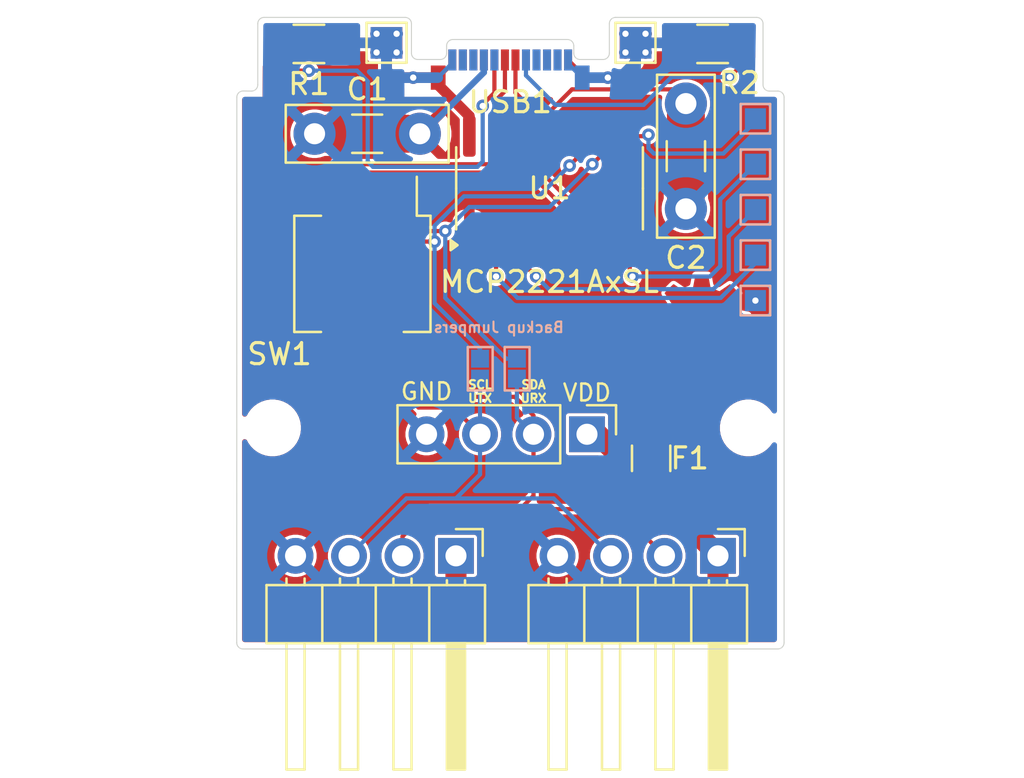
<source format=kicad_pcb>
(kicad_pcb (version 20241229) (generator "pcbnew") (generator_version "9.0")
  (layers (0 "F.Cu" signal) (2 "B.Cu" signal) (13 "F.Paste" user) (15 "B.Paste" user) (5 "F.SilkS" user "F.Silkscreen") (7 "B.SilkS" user "B.Silkscreen") (1 "F.Mask" user) (3 "B.Mask" user) (25 "Edge.Cuts" user))
  (net 0 "")
  (net 1 "Net-(D1-A)")
  (net 2 "GND")
  (net 3 "Net-(U1-VUSB)")
  (net 4 "Net-(U1-D-)")
  (net 5 "Net-(D4-A)")
  (net 6 "Net-(U1-D+)")
  (net 7 "Net-(D3-A)")
  (net 9 "Net-(D2-A)")
  (net 10 "Net-(U1-SCL)")
  (net 11 "Out0")
  (net 12 "Net-(U1-URx)")
  (net 13 "Net-(U1-SDA)")
  (net 14 "Out1")
  (net 15 "Net-(U1-UTx)")
  (net 16 "Net-(USB1-CC)")
  (net 17 "Net-(USB1-VCONN)")
  (net 18 "Net-(U1-VDD)")
  (net 19 "Vo")
  (footprint "Connector_PinHeader_2.54mm:PinHeader_1x04_P2.54mm_Horizontal" (layer "F.Cu") (at 94.234 82.737 -90)
    (property "Reference" "REF**" (hide yes))
    (property "Value" "PinHeader_1x04_P2.54mm_Horizontal" (hide yes))
  )
  (footprint "Resistor_SMD:R_1206_3216Metric" (layer "F.Cu") (at 87.249 58.42)
    (property "Reference" "R1")
    (property "Value" "5.1k" (hide yes))
  )
  (footprint "TestPoint:TestPoint_Pad_1.5x1.5mm" (layer "F.Cu") (at 90.9376 58.3659)
    (property "Reference" "TP3" (hide yes))
    (property "Value" "TestPoint" (hide yes))
  )
  (footprint "Package_SO:SOIC-14_3.9x8.7mm_P1.27mm" (layer "F.Cu") (at 98.679 65.278 90)
    (property "Reference" "U1")
    (property "Value" "MCP2221AxSL")
  )
  (footprint "Capacitor_THT:C_Disc_D7.5mm_W2.5mm_P5.00mm" (layer "F.Cu") (at 92.5176 62.6872 180)
    (property "Reference" "REF**" (hide yes))
    (property "Value" "C_Disc_D7.5mm_W2.5mm_P5.00mm" (hide yes))
  )
  (footprint "Connector_PinHeader_2.54mm:PinHeader_1x04_P2.54mm_Vertical" (layer "F.Cu") (at 100.457 76.962 -90)
    (property "Reference" "REF**" (hide yes))
    (property "Value" "PinHeader_1x04_P2.54mm_Vertical" (hide yes))
  )
  (footprint "LOGO" (layer "F.Cu") (at 105.918 72.136)
    (property "Reference" "G***" (hide yes))
    (property "Value" "LOGO" (hide yes))
  )
  (footprint "MountingHole:MountingHole_2.2mm_M2" (layer "F.Cu") (at 85.52 76.66)
    (property "Reference" "H1" (hide yes))
    (property "Value" "MountingHole")
  )
  (footprint "Connector_USB:USB_C_Plug_Molex_105444" (layer "F.Cu") (at 96.81 59.142)
    (property "Reference" "USB1")
    (property "Value" "USB C Male Connector")
  )
  (footprint "Fuse:Fuse_1206_3216Metric" (layer "F.Cu") (at 103.505 78.105 -90)
    (property "Reference" "F1")
    (property "Value" "Polyfuse" (hide yes))
  )
  (footprint "Capacitor_THT:C_Disc_D7.5mm_W2.5mm_P5.00mm" (layer "F.Cu") (at 105.156 61.254 -90)
    (property "Reference" "REF**" (hide yes))
    (property "Value" "C_Disc_D7.5mm_W2.5mm_P5.00mm" (hide yes))
  )
  (footprint "TestPoint:TestPoint_Pad_1.5x1.5mm" (layer "F.Cu") (at 102.7613 58.3659)
    (property "Reference" "TP3" (hide yes))
    (property "Value" "TestPoint" (hide yes))
  )
  (footprint "MountingHole:MountingHole_2.2mm_M2" (layer "F.Cu") (at 108.12 76.66)
    (property "Reference" "H2" (hide yes))
    (property "Value" "MountingHole")
  )
  (footprint "Capacitor_SMD:C_1206_3216Metric_Pad1.33x1.80mm_HandSolder" (layer "F.Cu") (at 105.156 63.754 90)
    (property "Reference" "C2")
    (property "Value" "0.22uF" (hide yes))
  )
  (footprint "Button_Switch_SMD:SW_DIP_SPSTx04_Slide_Copal_CHS-04B_W7.62mm_P1.27mm" (layer "F.Cu") (at 89.789 69.342 -90)
    (property "Reference" "SW1")
    (property "Value" "SW_DIP_x04" (hide yes))
  )
  (footprint "Connector_PinHeader_2.54mm:PinHeader_1x04_P2.54mm_Horizontal" (layer "F.Cu") (at 106.68 82.737 -90)
    (property "Reference" "REF**" (hide yes))
    (property "Value" "PinHeader_1x04_P2.54mm_Horizontal" (hide yes))
  )
  (footprint "Capacitor_SMD:C_1206_3216Metric_Pad1.33x1.80mm_HandSolder" (layer "F.Cu") (at 90.0176 62.6872)
    (property "Reference" "C1")
    (property "Value" "0.47uF" (hide yes))
  )
  (footprint "Resistor_SMD:R_1206_3216Metric" (layer "F.Cu") (at 106.426 58.42 180)
    (property "Reference" "R2")
    (property "Value" "Resistors TBD" (hide yes))
  )
  (footprint "Custom Parts:Jumper Pads" (layer "B.Cu") (at 97.1296 73.2704 180)
    (property "Reference" "2x Pads" (hide yes))
    (property "Value" "Jumper Pads" (hide yes))
  )
  (footprint "TestPoint:TestPoint_Pad_1.0x1.0mm" (layer "B.Cu") (at 108.458 61.976 180)
    (property "Reference" "REF**" (hide yes))
    (property "Value" "TestPoint_Pad_1.0x1.0mm" (hide yes))
  )
  (footprint "" (layer "B.Cu") (at 102.7684 58.3692 180)
    (property "Reference" "")
    (property "Value" "")
  )
  (footprint "TestPoint:TestPoint_Pad_1.0x1.0mm" (layer "B.Cu") (at 108.458 70.612 180)
    (property "Reference" "REF**" (hide yes))
    (property "Value" "TestPoint_Pad_1.0x1.0mm" (hide yes))
  )
  (footprint "TestPoint:TestPoint_Pad_1.0x1.0mm" (layer "B.Cu") (at 108.458 68.453 180)
    (property "Reference" "REF**" (hide yes))
    (property "Value" "TestPoint_Pad_1.0x1.0mm" (hide yes))
  )
  (footprint "TestPoint:TestPoint_Pad_1.0x1.0mm" (layer "B.Cu") (at 108.458 66.294 180)
    (property "Reference" "REF**" (hide yes))
    (property "Value" "TestPoint_Pad_1.0x1.0mm" (hide yes))
  )
  (footprint "Custom Parts:Jumper Pads" (layer "B.Cu") (at 95.377 73.2704 180)
    (property "Reference" "2x Pads" (hide yes))
    (property "Value" "Jumper Pads" (hide yes))
  )
  (footprint "" (layer "B.Cu") (at 90.932 58.3692 180)
    (property "Reference" "")
    (property "Value" "")
  )
  (footprint "TestPoint:TestPoint_Pad_1.0x1.0mm" (layer "B.Cu") (at 108.458 64.135 180)
    (property "Reference" "REF**" (hide yes))
    (property "Value" "TestPoint_Pad_1.0x1.0mm" (hide yes))
  )
  (gr_arc (start 84.82 57.46) (mid 84.907868 57.247868) (end 85.12 57.16) (stroke (width 0.05)) (layer "Edge.Cuts"))
  (gr_line (start 94.09 58.21) (end 99.53 58.21) (stroke (width 0.05)) (layer "Edge.Cuts"))
  (gr_arc (start 99.53 58.21) (mid 99.742132 58.297868) (end 99.83 58.51) (stroke (width 0.05)) (layer "Edge.Cuts"))
  (gr_arc (start 109.12 60.66) (mid 108.907868 60.572132) (end 108.82 60.36) (stroke (width 0.05)) (layer "Edge.Cuts"))
  (gr_line (start 93.79 58.51) (end 93.79 58.86) (stroke (width 0.05)) (layer "Edge.Cuts"))
  (gr_line (start 109.12 60.66) (end 109.52 60.66) (stroke (width 0.05)) (layer "Edge.Cuts"))
  (gr_arc (start 109.52 60.66) (mid 109.732132 60.747868) (end 109.82 60.96) (stroke (width 0.05)) (layer "Edge.Cuts"))
  (gr_line (start 92.42 59.16) (end 93.49 59.16) (stroke (width 0.05)) (layer "Edge.Cuts"))
  (gr_arc (start 91.82 57.16) (mid 92.032132 57.247868) (end 92.12 57.46) (stroke (width 0.05)) (layer "Edge.Cuts"))
  (gr_line (start 101.22 59.16) (end 100.13 59.16) (stroke (width 0.05)) (layer "Edge.Cuts"))
  (gr_line (start 108.82 60.36) (end 108.82 57.46) (stroke (width 0.05)) (layer "Edge.Cuts"))
  (gr_line (start 99.83 58.51) (end 99.83 58.86) (stroke (width 0.05)) (layer "Edge.Cuts"))
  (gr_arc (start 84.82 60.36) (mid 84.732132 60.572132) (end 84.52 60.66) (stroke (width 0.05)) (layer "Edge.Cuts"))
  (gr_arc (start 93.79 58.51) (mid 93.877868 58.297868) (end 94.09 58.21) (stroke (width 0.05)) (layer "Edge.Cuts"))
  (gr_line (start 84.12 87.16) (end 109.52 87.16) (stroke (width 0.05)) (layer "Edge.Cuts"))
  (gr_line (start 109.82 86.86) (end 109.82 60.96) (stroke (width 0.05)) (layer "Edge.Cuts"))
  (gr_line (start 108.52 57.16) (end 101.82 57.16) (stroke (width 0.05)) (layer "Edge.Cuts"))
  (gr_line (start 83.8248 60.9552) (end 83.82 86.868) (stroke (width 0.05)) (layer "Edge.Cuts"))
  (gr_arc (start 83.8248 60.9552) (mid 83.912668 60.743068) (end 84.1248 60.6552) (stroke (width 0.05)) (layer "Edge.Cuts"))
  (gr_line (start 92.12 58.86) (end 92.12 57.46) (stroke (width 0.05)) (layer "Edge.Cuts"))
  (gr_line (start 84.82 57.46) (end 84.82 60.36) (stroke (width 0.05)) (layer "Edge.Cuts"))
  (gr_arc (start 109.82 86.86) (mid 109.732132 87.072132) (end 109.52 87.16) (stroke (width 0.05)) (layer "Edge.Cuts"))
  (gr_line (start 85.12 57.16) (end 91.82 57.16) (stroke (width 0.05)) (layer "Edge.Cuts"))
  (gr_arc (start 100.13 59.16) (mid 99.917868 59.072132) (end 99.83 58.86) (stroke (width 0.05)) (layer "Edge.Cuts"))
  (gr_arc (start 101.52 58.86) (mid 101.432132 59.072132) (end 101.22 59.16) (stroke (width 0.05)) (layer "Edge.Cuts"))
  (gr_arc (start 101.52 57.46) (mid 101.607868 57.247868) (end 101.82 57.16) (stroke (width 0.05)) (layer "Edge.Cuts"))
  (gr_arc (start 93.79 58.86) (mid 93.702132 59.072132) (end 93.49 59.16) (stroke (width 0.05)) (layer "Edge.Cuts"))
  (gr_arc (start 92.42 59.16) (mid 92.207868 59.072132) (end 92.12 58.86) (stroke (width 0.05)) (layer "Edge.Cuts"))
  (gr_arc (start 108.52 57.16) (mid 108.732132 57.247868) (end 108.82 57.46) (stroke (width 0.05)) (layer "Edge.Cuts"))
  (gr_line (start 101.52 58.86) (end 101.52 57.46) (stroke (width 0.05)) (layer "Edge.Cuts"))
  (gr_arc (start 84.12 87.16) (mid 83.907868 87.072132) (end 83.82 86.86) (stroke (width 0.05)) (layer "Edge.Cuts"))
  (gr_line (start 84.52 60.66) (end 84.1248 60.6552) (stroke (width 0.05)) (layer "Edge.Cuts"))
  (gr_text "VDD\n" (at 100.457 74.989 0) (layer "F.SilkS") (effects (font (size 0.8 0.8) (thickness 0.12))))
  (gr_text "SCL\nUTX" (at 95.377 74.93 0) (layer "F.SilkS") (effects (font (size 0.4 0.4) (thickness 0.1) (bold yes))))
  (gr_text "GND\n" (at 92.837 74.93 0) (layer "F.SilkS") (effects (font (size 0.8 0.8) (thickness 0.12))))
  (gr_text "SDA\nURX\n" (at 97.917 74.93 0) (layer "F.SilkS") (effects (font (size 0.4 0.4) (thickness 0.1) (bold yes))))
  (gr_text "Backup Jumpers\n" (at 96.266 71.882 -0) (layer "B.SilkS") (effects (font (size 0.5 0.5) (thickness 0.1) (bold yes)) (justify mirror)))
  (segment (start 96.139 67.753) (end 96.139 69.469) (width 0.2) (layer "F.Cu") (net 1))
  (via (at 96.139 69.469) (size 0.6) (drill 0.3) (layers "F.Cu" "B.Cu") (net 1))
  (segment (start 108.458 68.834) (end 108.458 68.199) (width 0.2) (layer "B.Cu") (net 1))
  (segment (start 106.807 70.485) (end 108.458 68.834) (width 0.2) (layer "B.Cu") (net 1))
  (segment (start 96.139 69.469) (end 97.155 70.485) (width 0.2) (layer "B.Cu") (net 1))
  (segment (start 97.155 70.485) (end 106.807 70.485) (width 0.2) (layer "B.Cu") (net 1))
  (segment (start 93.39 60.022) (end 93.39 60.37) (width 0.508) (layer "F.Cu") (net 2))
  (segment (start 94.06 59.352) (end 93.39 60.022) (width 0.2) (layer "F.Cu") (net 2))
  (segment (start 87.5176 62.6872) (end 88.4551 62.6872) (width 0.2) (layer "F.Cu") (net 2))
  (segment (start 102.03 60.022) (end 101.4476 60.022) (width 0.5) (layer "F.Cu") (net 2))
  (segment (start 92.1512 60.022) (end 91.264 60.022) (width 0.508) (layer "F.Cu") (net 2))
  (segment (start 93.39 60.022) (end 92.202 60.022) (width 0.508) (layer "F.Cu") (net 2))
  (segment (start 93.39 60.37) (end 94.869 61.849) (width 0.508) (layer "F.Cu") (net 2))
  (segment (start 101.4476 60.022) (end 100.4 60.022) (width 0.2) (layer "F.Cu") (net 2))
  (segment (start 94.06 59.182) (end 94.06 59.352) (width 0.2) (layer "F.Cu") (net 2))
  (segment (start 94.869 61.849) (end 94.869 62.803) (width 0.508) (layer "F.Cu") (net 2))
  (segment (start 102.7613 58.3659) (end 102.7613 59.2907) (width 0.5) (layer "F.Cu") (net 2))
  (segment (start 88.7656 58.3659) (end 88.7115 58.42) (width 0.5) (layer "F.Cu") (net 2))
  (segment (start 102.7613 59.2907) (end 102.03 60.022) (width 0.5) (layer "F.Cu") (net 2))
  (segment (start 99.56 59.182) (end 100.4 60.022) (width 0.2) (layer "F.Cu") (net 2))
  (segment (start 90.9376 59.6956) (end 90.9376 58.3659) (width 0.508) (layer "F.Cu") (net 2))
  (segment (start 104.9094 58.3659) (end 104.9635 58.42) (width 0.5) (layer "F.Cu") (net 2))
  (segment (start 102.7613 58.3659) (end 104.9094 58.3659) (width 0.5) (layer "F.Cu") (net 2))
  (segment (start 90.9376 58.3659) (end 88.7656 58.3659) (width 0.5) (layer "F.Cu") (net 2))
  (segment (start 91.264 60.022) (end 90.9376 59.6956) (width 0.508) (layer "F.Cu") (net 2))
  (segment (start 92.202 60.022) (end 92.1512 60.022) (width 0.508) (layer "F.Cu") (net 2))
  (via (at 92.202 60.022) (size 0.6) (drill 0.3) (layers "F.Cu" "B.Cu") (net 2))
  (via (at 90.4621 57.9374) (size 0.6) (drill 0.3) (layers "F.Cu" "B.Cu") (net 2))
  (via (at 91.4146 58.8264) (size 0.6) (drill 0.3) (layers "F.Cu" "B.Cu") (net 2))
  (via (at 90.4621 58.8264) (size 0.6) (drill 0.3) (layers "F.Cu" "B.Cu") (net 2))
  (via (at 102.2858 57.9374) (size 0.6) (drill 0.3) (layers "F.Cu" "B.Cu") (net 2))
  (via (at 101.4476 60.022) (size 0.6) (drill 0.3) (layers "F.Cu" "B.Cu") (net 2))
  (via (at 102.2858 58.8264) (size 0.6) (drill 0.3) (layers "F.Cu" "B.Cu") (net 2))
  (via (at 91.4146 57.9374) (size 0.6) (drill 0.3) (layers "F.Cu" "B.Cu") (net 2))
  (via (at 103.2383 57.9374) (size 0.6) (drill 0.3) (layers "F.Cu" "B.Cu") (net 2))
  (via (at 103.2383 58.8264) (size 0.6) (drill 0.3) (layers "F.Cu" "B.Cu") (net 2))
  (segment (start 102.03 60.022) (end 102.7684 59.2836) (width 0.508) (layer "B.Cu") (net 2))
  (segment (start 90.932 59.69) (end 90.932 58.3692) (width 0.508) (layer "B.Cu") (net 2))
  (segment (start 94.06 59.3306) (end 93.3686 60.022) (width 0.2) (layer "B.Cu") (net 2))
  (segment (start 94.06 59.182) (end 94.06 59.3306) (width 0.2) (layer "B.Cu") (net 2))
  (segment (start 92.202 60.022) (end 93.3686 60.022) (width 0.508) (layer "B.Cu") (net 2))
  (segment (start 99.56 59.182) (end 99.56 59.352) (width 0.2) (layer "B.Cu") (net 2))
  (segment (start 102.7684 59.2836) (end 102.7684 58.3692) (width 0.508) (layer "B.Cu") (net 2))
  (segment (start 99.56 59.352) (end 100.23 60.022) (width 0.2) (layer "B.Cu") (net 2))
  (segment (start 91.264 60.022) (end 90.932 59.69) (width 0.508) (layer "B.Cu") (net 2))
  (segment (start 100.23 60.022) (end 101.4476 60.022) (width 0.508) (layer "B.Cu") (net 2))
  (segment (start 101.4476 60.022) (end 102.03 60.022) (width 0.508) (layer "B.Cu") (net 2))
  (segment (start 92.202 60.022) (end 91.264 60.022) (width 0.508) (layer "B.Cu") (net 2))
  (segment (start 105.156 62.1915) (end 105.156 61.254) (width 0.2) (layer "F.Cu") (net 3))
  (segment (start 105.156 61.254) (end 104.481 60.579) (width 0.2) (layer "F.Cu") (net 3))
  (segment (start 105.156 62.5348) (end 105.156 61.254) (width 0.2) (layer "F.Cu") (net 3))
  (segment (start 104.481 60.579) (end 99.7458 60.579) (width 0.2) (layer "F.Cu") (net 3))
  (segment (start 98.679 61.6458) (end 98.679 62.803) (width 0.2) (layer "F.Cu") (net 3))
  (segment (start 99.7458 60.579) (end 98.679 61.6458) (width 0.2) (layer "F.Cu") (net 3))
  (segment (start 97.06 60.738) (end 97.06 59.182) (width 0.2) (layer "F.Cu") (net 4))
  (segment (start 97.409 61.40769) (end 97.409 62.803) (width 0.2) (layer "F.Cu") (net 4))
  (segment (start 97.377221 61.055221) (end 97.06 60.738) (width 0.2) (layer "F.Cu") (net 4))
  (segment (start 97.409 61.40769) (end 97.409 61.087) (width 0.2) (layer "F.Cu") (net 4))
  (segment (start 97.409 61.087) (end 97.377221 61.055221) (width 0.2) (layer "F.Cu") (net 4))
  (segment (start 103.313 62.803) (end 102.489 62.803) (width 0.2) (layer "F.Cu") (net 5))
  (segment (start 103.378 62.738) (end 103.313 62.803) (width 0.2) (layer "F.Cu") (net 5))
  (via (at 103.378 62.738) (size 0.6) (drill 0.3) (layers "F.Cu" "B.Cu") (net 5))
  (segment (start 103.378 62.738) (end 103.378 63.373) (width 0.2) (layer "B.Cu") (net 5))
  (segment (start 103.632 63.627) (end 106.934 63.627) (width 0.2) (layer "B.Cu") (net 5))
  (segment (start 103.378 63.373) (end 103.632 63.627) (width 0.2) (layer "B.Cu") (net 5))
  (segment (start 106.934 63.627) (end 108.458 62.103) (width 0.2) (layer "B.Cu") (net 5))
  (segment (start 96.139 61.087) (end 96.139 62.803) (width 0.2) (layer "F.Cu") (net 6))
  (segment (start 96.56 59.182) (end 96.56 60.666) (width 0.2) (layer "F.Cu") (net 6))
  (segment (start 96.56 60.666) (end 96.139 61.087) (width 0.2) (layer "F.Cu") (net 6))
  (segment (start 102.489 69.342) (end 102.489 67.753) (width 0.2) (layer "F.Cu") (net 7))
  (segment (start 102.616 69.469) (end 102.489 69.342) (width 0.2) (layer "F.Cu") (net 7))
  (via (at 102.616 69.469) (size 0.6) (drill 0.3) (layers "F.Cu" "B.Cu") (net 7))
  (segment (start 106.787 65.806) (end 108.458 64.135) (width 0.2) (layer "B.Cu") (net 7))
  (segment (start 106.299 69.469) (end 106.787 68.981) (width 0.2) (layer "B.Cu") (net 7))
  (segment (start 106.787 68.981) (end 106.787 65.806) (width 0.2) (layer "B.Cu") (net 7))
  (segment (start 102.616 69.469) (end 106.299 69.469) (width 0.2) (layer "B.Cu") (net 7))
  (segment (start 98.044 69.469) (end 97.917 69.469) (width 0.2) (layer "F.Cu") (net 9))
  (segment (start 98.044 69.469) (end 97.409 68.834) (width 0.2) (layer "F.Cu") (net 9))
  (segment (start 97.409 68.834) (end 97.409 67.753) (width 0.2) (layer "F.Cu") (net 9))
  (via (at 98.044 69.469) (size 0.6) (drill 0.3) (layers "F.Cu" "B.Cu") (net 9))
  (segment (start 98.645 70.07) (end 106.46 70.07) (width 0.2) (layer "B.Cu") (net 9))
  (segment (start 108.458 66.294) (end 108.458 66.167) (width 0.2) (layer "B.Cu") (net 9))
  (segment (start 107.188 67.564) (end 108.458 66.294) (width 0.2) (layer "B.Cu") (net 9))
  (segment (start 98.044 69.469) (end 98.645 70.07) (width 0.2) (layer "B.Cu") (net 9))
  (segment (start 98.044 69.469) (end 98.044 69.596) (width 0.2) (layer "B.Cu") (net 9))
  (segment (start 106.46 70.07) (end 107.188 69.342) (width 0.2) (layer "B.Cu") (net 9))
  (segment (start 107.188 69.342) (end 107.188 67.564) (width 0.2) (layer "B.Cu") (net 9))
  (segment (start 90.424 66.294) (end 90.424 65.532) (width 0.2) (layer "F.Cu") (net 10))
  (segment (start 99.949 63.881) (end 99.949 62.803) (width 0.2) (layer "F.Cu") (net 10))
  (segment (start 91.94 67.81) (end 90.424 66.294) (width 0.2) (layer "F.Cu") (net 10))
  (segment (start 93.218 67.81) (end 91.94 67.81) (width 0.2) (layer "F.Cu") (net 10))
  (segment (start 99.6315 64.1985) (end 99.949 63.881) (width 0.2) (layer "F.Cu") (net 10))
  (via (at 99.6315 64.1985) (size 0.6) (drill 0.3) (layers "F.Cu" "B.Cu") (net 10))
  (via (at 93.218 67.81) (size 0.6) (drill 0.3) (layers "F.Cu" "B.Cu") (net 10))
  (segment (start 98.171 65.659) (end 99.6315 64.1985) (width 0.2) (layer "B.Cu") (net 10))
  (segment (start 93.218 67.81) (end 93.218 67.056) (width 0.2) (layer "B.Cu") (net 10))
  (segment (start 93.218 67.81) (end 93.218 70.739) (width 0.2) (layer "B.Cu") (net 10))
  (segment (start 93.218 70.739) (end 95.377 72.898) (width 0.2) (layer "B.Cu") (net 10))
  (segment (start 95.377 72.898) (end 95.377 73.3704) (width 0.2) (layer "B.Cu") (net 10))
  (segment (start 93.218 67.056) (end 94.615 65.659) (width 0.2) (layer "B.Cu") (net 10))
  (segment (start 94.615 65.659) (end 98.171 65.659) (width 0.2) (layer "B.Cu") (net 10))
  (segment (start 89.154 72.39) (end 89.393 72.151) (width 0.2) (layer "F.Cu") (net 11))
  (segment (start 91.493 72.151) (end 91.694 72.352) (width 0.2) (layer "F.Cu") (net 11))
  (segment (start 92.71 75.184) (end 97.028 75.184) (width 0.2) (layer "F.Cu") (net 11))
  (segment (start 97.917 76.962) (end 97.917 79.883) (width 0.2) (layer "F.Cu") (net 11))
  (segment (start 91.694 74.168) (end 92.71 75.184) (width 0.2) (layer "F.Cu") (net 11))
  (segment (start 91.694 73.152) (end 91.694 74.168) (width 0.2) (layer "F.Cu") (net 11))
  (segment (start 97.282 80.518) (end 96.774 80.518) (width 0.2) (layer "F.Cu") (net 11))
  (segment (start 97.917 76.073) (end 97.917 76.962) (width 0.2) (layer "F.Cu") (net 11))
  (segment (start 97.7865 76.641) (end 97.917 76.641) (width 0.2) (layer "F.Cu") (net 11))
  (segment (start 97.917 79.883) (end 97.282 80.518) (width 0.2) (layer "F.Cu") (net 11))
  (segment (start 91.694 82.737) (end 91.694 81.818) (width 0.2) (layer "F.Cu") (net 11))
  (segment (start 97.028 75.184) (end 97.917 76.073) (width 0.2) (layer "F.Cu") (net 11))
  (segment (start 91.694 72.352) (end 91.694 73.152) (width 0.2) (layer "F.Cu") (net 11))
  (segment (start 92.994 80.518) (end 96.774 80.518) (width 0.2) (layer "F.Cu") (net 11))
  (segment (start 96.774 80.518) (end 101.921 80.518) (width 0.2) (layer "F.Cu") (net 11))
  (segment (start 89.393 72.151) (end 91.493 72.151) (width 0.2) (layer "F.Cu") (net 11))
  (segment (start 101.921 80.518) (end 104.14 82.737) (width 0.2) (layer "F.Cu") (net 11))
  (segment (start 89.154 73.152) (end 89.154 72.39) (width 0.2) (layer "F.Cu") (net 11))
  (segment (start 91.694 81.818) (end 92.994 80.518) (width 0.2) (layer "F.Cu") (net 11))
  (segment (start 97.1296 74.3204) (end 97.1296 76.1746) (width 0.2) (layer "B.Cu") (net 11))
  (segment (start 97.1296 76.1746) (end 97.917 76.962) (width 0.2) (layer "B.Cu") (net 11))
  (segment (start 89.154 65.532) (end 89.154 64.732) (width 0.2) (layer "F.Cu") (net 12))
  (segment (start 89.355 64.531) (end 97.701999 64.531) (width 0.2) (layer "F.Cu") (net 12))
  (segment (start 97.701999 64.531) (end 99.949 66.778001) (width 0.2) (layer "F.Cu") (net 12))
  (segment (start 99.949 66.778001) (end 99.949 67.753) (width 0.2) (layer "F.Cu") (net 12))
  (segment (start 89.154 64.732) (end 89.355 64.531) (width 0.2) (layer "F.Cu") (net 12))
  (segment (start 92.202 67.31) (end 91.694 66.802) (width 0.2) (layer "F.Cu") (net 13))
  (segment (start 93.726 67.31) (end 92.202 67.31) (width 0.2) (layer "F.Cu") (net 13))
  (segment (start 91.7448 65.4812) (end 91.7956 65.532) (width 0.2) (layer "F.Cu") (net 13))
  (segment (start 101.219 63.627) (end 101.219 62.803) (width 0.2) (layer "F.Cu") (net 13))
  (segment (start 100.711 64.135) (end 101.219 63.627) (width 0.2) (layer "F.Cu") (net 13))
  (segment (start 91.694 66.802) (end 91.694 65.532) (width 0.2) (layer "F.Cu") (net 13))
  (via (at 100.711 64.135) (size 0.6) (drill 0.3) (layers "F.Cu" "B.Cu") (net 13))
  (via (at 93.726 67.31) (size 0.6) (drill 0.3) (layers "F.Cu" "B.Cu") (net 13))
  (segment (start 100.711 64.135) (end 98.679 66.167) (width 0.2) (layer "B.Cu") (net 13))
  (segment (start 96.6114 73.3704) (end 97.1296 73.3704) (width 0.2) (layer "B.Cu") (net 13))
  (segment (start 93.726 70.485) (end 96.6114 73.3704) (width 0.2) (layer "B.Cu") (net 13))
  (segment (start 98.679 66.167) (end 94.869 66.167) (width 0.2) (layer "B.Cu") (net 13))
  (segment (start 94.869 66.167) (end 93.726 67.31) (width 0.2) (layer "B.Cu") (net 13))
  (segment (start 93.726 67.31) (end 93.726 70.485) (width 0.2) (layer "B.Cu") (net 13))
  (segment (start 90.424 73.952) (end 90.424 73.152) (width 0.2) (layer "F.Cu") (net 14))
  (segment (start 95.377 76.962) (end 94.107 75.692) (width 0.2) (layer "F.Cu") (net 14))
  (segment (start 95.3774 76.9616) (end 95.377 76.962) (width 0.2) (layer "F.Cu") (net 14))
  (segment (start 88.123 74.153) (end 89.408 74.153) (width 0.2) (layer "F.Cu") (net 14))
  (segment (start 87.884 73.914) (end 88.123 74.153) (width 0.2) (layer "F.Cu") (net 14))
  (segment (start 89.408 74.153) (end 90.223 74.153) (width 0.2) (layer "F.Cu") (net 14))
  (segment (start 90.917 74.153) (end 89.408 74.153) (width 0.2) (layer "F.Cu") (net 14))
  (segment (start 90.223 74.153) (end 90.424 73.952) (width 0.2) (layer "F.Cu") (net 14))
  (segment (start 94.107 75.692) (end 92.456 75.692) (width 0.2) (layer "F.Cu") (net 14))
  (segment (start 92.456 75.692) (end 90.917 74.153) (width 0.2) (layer "F.Cu") (net 14))
  (segment (start 87.884 73.152) (end 87.884 73.914) (width 0.2) (layer "F.Cu") (net 14))
  (segment (start 95.056 76.641) (end 95.377 76.641) (width 0.2) (layer "F.Cu") (net 14))
  (segment (start 98.873 80.01) (end 101.6 82.737) (width 0.2) (layer "B.Cu") (net 14))
  (segment (start 93.4212 80.01) (end 94.234 80.01) (width 0.2) (layer "B.Cu") (net 14))
  (segment (start 91.881 80.01) (end 93.4212 80.01) (width 0.2) (layer "B.Cu") (net 14))
  (segment (start 95.377 76.641) (end 95.377 78.867) (width 0.2) (layer "B.Cu") (net 14))
  (segment (start 95.377 74.3204) (end 95.377 76.962) (width 0.2) (layer "B.Cu") (net 14))
  (segment (start 95.377 78.867) (end 94.234 80.01) (width 0.2) (layer "B.Cu") (net 14))
  (segment (start 89.154 82.737) (end 91.881 80.01) (width 0.2) (layer "B.Cu") (net 14))
  (segment (start 94.234 80.01) (end 98.873 80.01) (width 0.2) (layer "B.Cu") (net 14))
  (segment (start 87.884 64.732) (end 87.884 65.532) (width 0.2) (layer "F.Cu") (net 15))
  (segment (start 97.917 64.135) (end 88.481 64.135) (width 0.2) (layer "F.Cu") (net 15))
  (segment (start 101.219 67.753) (end 101.219 67.437) (width 0.2) (layer "F.Cu") (net 15))
  (segment (start 88.481 64.135) (end 87.884 64.732) (width 0.2) (layer "F.Cu") (net 15))
  (segment (start 101.219 67.437) (end 97.917 64.135) (width 0.2) (layer "F.Cu") (net 15))
  (segment (start 86.233 59.69) (end 85.4964 58.9534) (width 0.2) (layer "F.Cu") (net 16))
  (segment (start 85.4964 58.9534) (end 85.4964 58.7101) (width 0.2) (layer "F.Cu") (net 16))
  (segment (start 95.504 61.296322) (end 95.504 61.3664) (width 0.2) (layer "F.Cu") (net 16))
  (segment (start 96.06 59.182) (end 96.06 60.740322) (width 0.2) (layer "F.Cu") (net 16))
  (segment (start 87.249 59.69) (end 86.233 59.69) (width 0.2) (layer "F.Cu") (net 16))
  (segment (start 96.06 60.740322) (end 95.504 61.296322) (width 0.2) (layer "F.Cu") (net 16))
  (segment (start 85.4964 58.7101) (end 85.7865 58.42) (width 0.2) (layer "F.Cu") (net 16))
  (segment (start 85.471 58.7355) (end 85.7865 58.42) (width 0.2) (layer "F.Cu") (net 16))
  (via (at 87.249 59.69) (size 0.6) (drill 0.3) (layers "F.Cu" "B.Cu") (net 16))
  (via (at 95.504 61.3664) (size 0.6) (drill 0.3) (layers "F.Cu" "B.Cu") (net 16))
  (segment (start 95.504 64.008) (end 95.504 61.3664) (width 0.2) (layer "B.Cu") (net 16))
  (segment (start 89.535 59.69) (end 90.043 60.198) (width 0.2) (layer "B.Cu") (net 16))
  (segment (start 90.043 64.008) (end 90.297 64.262) (width 0.2) (layer "B.Cu") (net 16))
  (segment (start 95.25 64.262) (end 95.504 64.008) (width 0.2) (layer "B.Cu") (net 16))
  (segment (start 90.297 64.262) (end 95.25 64.262) (width 0.2) (layer "B.Cu") (net 16))
  (segment (start 87.249 59.69) (end 89.535 59.69) (width 0.2) (layer "B.Cu") (net 16))
  (segment (start 90.043 60.198) (end 90.043 64.008) (width 0.2) (layer "B.Cu") (net 16))
  (segment (start 107.8885 58.42) (end 107.8885 59.3451) (width 0.2) (layer "F.Cu") (net 17))
  (segment (start 107.8885 59.3451) (end 107.2388 59.9948) (width 0.2) (layer "F.Cu") (net 17))
  (via (at 107.2388 59.9948) (size 0.6) (drill 0.3) (layers "F.Cu" "B.Cu") (net 17))
  (segment (start 104.4702 59.9948) (end 107.2388 59.9948) (width 0.2) (layer "B.Cu") (net 17))
  (segment (start 103.1494 61.3156) (end 104.4702 59.9948) (width 0.2) (layer "B.Cu") (net 17))
  (segment (start 98.9584 61.3156) (end 103.1494 61.3156) (width 0.2) (layer "B.Cu") (net 17))
  (segment (start 97.56 59.9172) (end 98.9584 61.3156) (width 0.2) (layer "B.Cu") (net 17))
  (segment (start 97.56 59.182) (end 97.56 59.9172) (width 0.2) (layer "B.Cu") (net 17))
  (segment (start 92.5176 62.6872) (end 91.5801 62.6872) (width 0.2) (layer "F.Cu") (net 18))
  (segment (start 92.5176 62.6872) (end 92.8468 62.6872) (width 0.2) (layer "F.Cu") (net 18))
  (via (at 108.458 70.612) (size 0.6) (drill 0.3) (layers "F.Cu" "B.Cu") (net 18))
  (segment (start 95.56 59.774) (end 95.56 59.182) (width 0.3) (layer "B.Cu") (net 18))
  (segment (start 92.6468 62.6872) (end 95.56 59.774) (width 0.3) (layer "B.Cu") (net 18))
  (segment (start 92.5176 62.6872) (end 92.6468 62.6872) (width 0.3) (layer "B.Cu") (net 18))
  (segment (start 92.5176 62.6872) (end 93.0148 62.6872) (width 0.2) (layer "B.Cu") (net 18))
  (segment (start 100.962 76.962) (end 103.505 79.505) (width 1) (layer "F.Cu") (net 19))
  (segment (start 106.68 82.737) (end 106.68 84.328) (width 1) (layer "F.Cu") (net 19))
  (segment (start 105.664 85.344) (end 95.504 85.344) (width 1) (layer "F.Cu") (net 19))
  (segment (start 106.68 82.737) (end 106.68 82.68) (width 1) (layer "F.Cu") (net 19))
  (segment (start 100.457 76.641) (end 100.584 76.641) (width 0.2) (layer "F.Cu") (net 19))
  (segment (start 103.505 79.505) (end 103 79.505) (width 0.6) (layer "F.Cu") (net 19))
  (segment (start 106.68 82.68) (end 103.505 79.505) (width 1) (layer "F.Cu") (net 19))
  (segment (start 106.68 84.328) (end 105.664 85.344) (width 1) (layer "F.Cu") (net 19))
  (segment (start 94.234 84.074) (end 94.234 82.737) (width 1) (layer "F.Cu") (net 19))
  (segment (start 95.504 85.344) (end 94.234 84.074) (width 1) (layer "F.Cu") (net 19))
  (segment (start 100.457 76.962) (end 100.962 76.962) (width 1) (layer "F.Cu") (net 19))
  (zone (net 18) (net_name "Net-(U1-VDD)") (layer "F.Cu") (connect_pads (clearance 0.1524)) (min_thickness 0.25) (fill yes (thermal_gap 0.5) (thermal_bridge_width 0.5))
    (polygon (pts (xy 85.074 57.439508) (xy 85.044 60.939508) (xy 84.074 60.939508) (xy 84.074 86.839508) (xy 109.474 86.839508) (xy 109.474 60.939508) (xy 108.412 60.939508) (xy 108.474 57.439508) (xy 101.774 57.439508) (xy 101.524 60.939508) (xy 91.774 60.939508) (xy 91.774 57.439508)))
  )
  (zone (net 2) (net_name "GND") (layer "B.Cu") (connect_pads (clearance 0.1524)) (min_thickness 0.25) (fill yes (thermal_gap 0.5) (thermal_bridge_width 0.5))
    (polygon (pts (xy 85.0834 57.4294) (xy 85.0534 60.9294) (xy 84.0834 60.9294) (xy 84.0834 86.8294) (xy 109.4834 86.8294) (xy 109.4834 60.9294) (xy 108.4214 60.9294) (xy 108.4834 57.4294) (xy 101.7834 57.4294) (xy 101.5334 60.9294) (xy 91.7834 60.9294) (xy 91.7834 57.4294)))
  )
)
</source>
